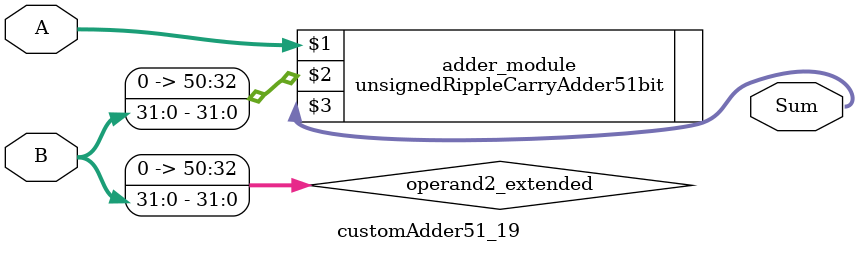
<source format=v>
module customAdder51_19(
                        input [50 : 0] A,
                        input [31 : 0] B,
                        
                        output [51 : 0] Sum
                );

        wire [50 : 0] operand2_extended;
        
        assign operand2_extended =  {19'b0, B};
        
        unsignedRippleCarryAdder51bit adder_module(
            A,
            operand2_extended,
            Sum
        );
        
        endmodule
        
</source>
